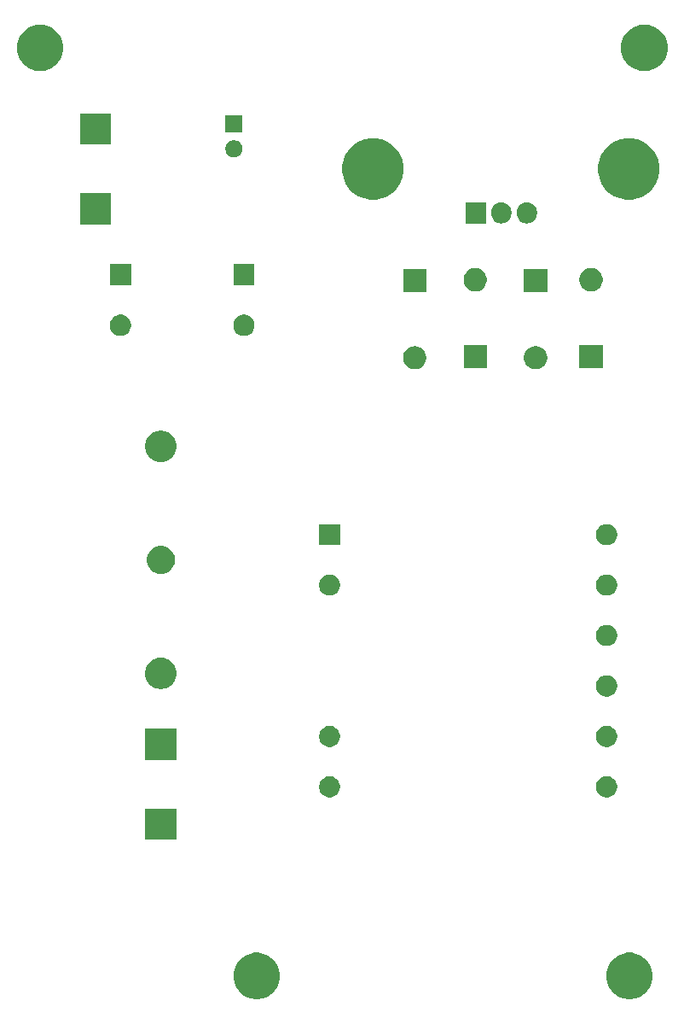
<source format=gbs>
G04 #@! TF.GenerationSoftware,KiCad,Pcbnew,(5.1.5)-3*
G04 #@! TF.CreationDate,2020-04-14T19:53:29+02:00*
G04 #@! TF.ProjectId,5vfrommains,35766672-6f6d-46d6-9169-6e732e6b6963,rev?*
G04 #@! TF.SameCoordinates,Original*
G04 #@! TF.FileFunction,Soldermask,Bot*
G04 #@! TF.FilePolarity,Negative*
%FSLAX46Y46*%
G04 Gerber Fmt 4.6, Leading zero omitted, Abs format (unit mm)*
G04 Created by KiCad (PCBNEW (5.1.5)-3) date 2020-04-14 19:53:29*
%MOMM*%
%LPD*%
G04 APERTURE LIST*
%ADD10C,0.100000*%
G04 APERTURE END LIST*
D10*
G36*
X237948903Y-137743213D02*
G01*
X238171177Y-137787426D01*
X238589932Y-137960880D01*
X238966802Y-138212696D01*
X239287304Y-138533198D01*
X239539120Y-138910068D01*
X239712574Y-139328823D01*
X239801000Y-139773371D01*
X239801000Y-140226629D01*
X239712574Y-140671177D01*
X239539120Y-141089932D01*
X239287304Y-141466802D01*
X238966802Y-141787304D01*
X238589932Y-142039120D01*
X238171177Y-142212574D01*
X237948903Y-142256787D01*
X237726630Y-142301000D01*
X237273370Y-142301000D01*
X237051097Y-142256787D01*
X236828823Y-142212574D01*
X236410068Y-142039120D01*
X236033198Y-141787304D01*
X235712696Y-141466802D01*
X235460880Y-141089932D01*
X235287426Y-140671177D01*
X235199000Y-140226629D01*
X235199000Y-139773371D01*
X235287426Y-139328823D01*
X235460880Y-138910068D01*
X235712696Y-138533198D01*
X236033198Y-138212696D01*
X236410068Y-137960880D01*
X236828823Y-137787426D01*
X237051097Y-137743213D01*
X237273370Y-137699000D01*
X237726630Y-137699000D01*
X237948903Y-137743213D01*
G37*
G36*
X200948903Y-137743213D02*
G01*
X201171177Y-137787426D01*
X201589932Y-137960880D01*
X201966802Y-138212696D01*
X202287304Y-138533198D01*
X202539120Y-138910068D01*
X202712574Y-139328823D01*
X202801000Y-139773371D01*
X202801000Y-140226629D01*
X202712574Y-140671177D01*
X202539120Y-141089932D01*
X202287304Y-141466802D01*
X201966802Y-141787304D01*
X201589932Y-142039120D01*
X201171177Y-142212574D01*
X200948903Y-142256787D01*
X200726630Y-142301000D01*
X200273370Y-142301000D01*
X200051097Y-142256787D01*
X199828823Y-142212574D01*
X199410068Y-142039120D01*
X199033198Y-141787304D01*
X198712696Y-141466802D01*
X198460880Y-141089932D01*
X198287426Y-140671177D01*
X198199000Y-140226629D01*
X198199000Y-139773371D01*
X198287426Y-139328823D01*
X198460880Y-138910068D01*
X198712696Y-138533198D01*
X199033198Y-138212696D01*
X199410068Y-137960880D01*
X199828823Y-137787426D01*
X200051097Y-137743213D01*
X200273370Y-137699000D01*
X200726630Y-137699000D01*
X200948903Y-137743213D01*
G37*
G36*
X192551000Y-126511000D02*
G01*
X189449000Y-126511000D01*
X189449000Y-123409000D01*
X192551000Y-123409000D01*
X192551000Y-126511000D01*
G37*
G36*
X235556564Y-120239389D02*
G01*
X235747833Y-120318615D01*
X235747835Y-120318616D01*
X235919973Y-120433635D01*
X236066365Y-120580027D01*
X236181385Y-120752167D01*
X236260611Y-120943436D01*
X236301000Y-121146484D01*
X236301000Y-121353516D01*
X236260611Y-121556564D01*
X236181385Y-121747833D01*
X236181384Y-121747835D01*
X236066365Y-121919973D01*
X235919973Y-122066365D01*
X235747835Y-122181384D01*
X235747834Y-122181385D01*
X235747833Y-122181385D01*
X235556564Y-122260611D01*
X235353516Y-122301000D01*
X235146484Y-122301000D01*
X234943436Y-122260611D01*
X234752167Y-122181385D01*
X234752166Y-122181385D01*
X234752165Y-122181384D01*
X234580027Y-122066365D01*
X234433635Y-121919973D01*
X234318616Y-121747835D01*
X234318615Y-121747833D01*
X234239389Y-121556564D01*
X234199000Y-121353516D01*
X234199000Y-121146484D01*
X234239389Y-120943436D01*
X234318615Y-120752167D01*
X234433635Y-120580027D01*
X234580027Y-120433635D01*
X234752165Y-120318616D01*
X234752167Y-120318615D01*
X234943436Y-120239389D01*
X235146484Y-120199000D01*
X235353516Y-120199000D01*
X235556564Y-120239389D01*
G37*
G36*
X208056564Y-120239389D02*
G01*
X208247833Y-120318615D01*
X208247835Y-120318616D01*
X208419973Y-120433635D01*
X208566365Y-120580027D01*
X208681385Y-120752167D01*
X208760611Y-120943436D01*
X208801000Y-121146484D01*
X208801000Y-121353516D01*
X208760611Y-121556564D01*
X208681385Y-121747833D01*
X208681384Y-121747835D01*
X208566365Y-121919973D01*
X208419973Y-122066365D01*
X208247835Y-122181384D01*
X208247834Y-122181385D01*
X208247833Y-122181385D01*
X208056564Y-122260611D01*
X207853516Y-122301000D01*
X207646484Y-122301000D01*
X207443436Y-122260611D01*
X207252167Y-122181385D01*
X207252166Y-122181385D01*
X207252165Y-122181384D01*
X207080027Y-122066365D01*
X206933635Y-121919973D01*
X206818616Y-121747835D01*
X206818615Y-121747833D01*
X206739389Y-121556564D01*
X206699000Y-121353516D01*
X206699000Y-121146484D01*
X206739389Y-120943436D01*
X206818615Y-120752167D01*
X206933635Y-120580027D01*
X207080027Y-120433635D01*
X207252165Y-120318616D01*
X207252167Y-120318615D01*
X207443436Y-120239389D01*
X207646484Y-120199000D01*
X207853516Y-120199000D01*
X208056564Y-120239389D01*
G37*
G36*
X192551000Y-118591000D02*
G01*
X189449000Y-118591000D01*
X189449000Y-115489000D01*
X192551000Y-115489000D01*
X192551000Y-118591000D01*
G37*
G36*
X208056564Y-115239389D02*
G01*
X208247833Y-115318615D01*
X208247835Y-115318616D01*
X208419973Y-115433635D01*
X208566365Y-115580027D01*
X208681385Y-115752167D01*
X208760611Y-115943436D01*
X208801000Y-116146484D01*
X208801000Y-116353516D01*
X208760611Y-116556564D01*
X208681385Y-116747833D01*
X208681384Y-116747835D01*
X208566365Y-116919973D01*
X208419973Y-117066365D01*
X208247835Y-117181384D01*
X208247834Y-117181385D01*
X208247833Y-117181385D01*
X208056564Y-117260611D01*
X207853516Y-117301000D01*
X207646484Y-117301000D01*
X207443436Y-117260611D01*
X207252167Y-117181385D01*
X207252166Y-117181385D01*
X207252165Y-117181384D01*
X207080027Y-117066365D01*
X206933635Y-116919973D01*
X206818616Y-116747835D01*
X206818615Y-116747833D01*
X206739389Y-116556564D01*
X206699000Y-116353516D01*
X206699000Y-116146484D01*
X206739389Y-115943436D01*
X206818615Y-115752167D01*
X206933635Y-115580027D01*
X207080027Y-115433635D01*
X207252165Y-115318616D01*
X207252167Y-115318615D01*
X207443436Y-115239389D01*
X207646484Y-115199000D01*
X207853516Y-115199000D01*
X208056564Y-115239389D01*
G37*
G36*
X235556564Y-115239389D02*
G01*
X235747833Y-115318615D01*
X235747835Y-115318616D01*
X235919973Y-115433635D01*
X236066365Y-115580027D01*
X236181385Y-115752167D01*
X236260611Y-115943436D01*
X236301000Y-116146484D01*
X236301000Y-116353516D01*
X236260611Y-116556564D01*
X236181385Y-116747833D01*
X236181384Y-116747835D01*
X236066365Y-116919973D01*
X235919973Y-117066365D01*
X235747835Y-117181384D01*
X235747834Y-117181385D01*
X235747833Y-117181385D01*
X235556564Y-117260611D01*
X235353516Y-117301000D01*
X235146484Y-117301000D01*
X234943436Y-117260611D01*
X234752167Y-117181385D01*
X234752166Y-117181385D01*
X234752165Y-117181384D01*
X234580027Y-117066365D01*
X234433635Y-116919973D01*
X234318616Y-116747835D01*
X234318615Y-116747833D01*
X234239389Y-116556564D01*
X234199000Y-116353516D01*
X234199000Y-116146484D01*
X234239389Y-115943436D01*
X234318615Y-115752167D01*
X234433635Y-115580027D01*
X234580027Y-115433635D01*
X234752165Y-115318616D01*
X234752167Y-115318615D01*
X234943436Y-115239389D01*
X235146484Y-115199000D01*
X235353516Y-115199000D01*
X235556564Y-115239389D01*
G37*
G36*
X235556564Y-110239389D02*
G01*
X235747833Y-110318615D01*
X235747835Y-110318616D01*
X235919973Y-110433635D01*
X236066365Y-110580027D01*
X236169696Y-110734672D01*
X236181385Y-110752167D01*
X236260611Y-110943436D01*
X236301000Y-111146484D01*
X236301000Y-111353516D01*
X236260611Y-111556564D01*
X236181385Y-111747833D01*
X236181384Y-111747835D01*
X236066365Y-111919973D01*
X235919973Y-112066365D01*
X235747835Y-112181384D01*
X235747834Y-112181385D01*
X235747833Y-112181385D01*
X235556564Y-112260611D01*
X235353516Y-112301000D01*
X235146484Y-112301000D01*
X234943436Y-112260611D01*
X234752167Y-112181385D01*
X234752166Y-112181385D01*
X234752165Y-112181384D01*
X234580027Y-112066365D01*
X234433635Y-111919973D01*
X234318616Y-111747835D01*
X234318615Y-111747833D01*
X234239389Y-111556564D01*
X234199000Y-111353516D01*
X234199000Y-111146484D01*
X234239389Y-110943436D01*
X234318615Y-110752167D01*
X234330305Y-110734672D01*
X234433635Y-110580027D01*
X234580027Y-110433635D01*
X234752165Y-110318616D01*
X234752167Y-110318615D01*
X234943436Y-110239389D01*
X235146484Y-110199000D01*
X235353516Y-110199000D01*
X235556564Y-110239389D01*
G37*
G36*
X191302585Y-108478802D02*
G01*
X191452410Y-108508604D01*
X191734674Y-108625521D01*
X191988705Y-108795259D01*
X192204741Y-109011295D01*
X192374479Y-109265326D01*
X192491396Y-109547590D01*
X192491396Y-109547591D01*
X192551000Y-109847239D01*
X192551000Y-110152761D01*
X192533768Y-110239390D01*
X192491396Y-110452410D01*
X192374479Y-110734674D01*
X192204741Y-110988705D01*
X191988705Y-111204741D01*
X191734674Y-111374479D01*
X191452410Y-111491396D01*
X191302585Y-111521198D01*
X191152761Y-111551000D01*
X190847239Y-111551000D01*
X190697415Y-111521198D01*
X190547590Y-111491396D01*
X190265326Y-111374479D01*
X190011295Y-111204741D01*
X189795259Y-110988705D01*
X189625521Y-110734674D01*
X189508604Y-110452410D01*
X189466232Y-110239390D01*
X189449000Y-110152761D01*
X189449000Y-109847239D01*
X189508604Y-109547591D01*
X189508604Y-109547590D01*
X189625521Y-109265326D01*
X189795259Y-109011295D01*
X190011295Y-108795259D01*
X190265326Y-108625521D01*
X190547590Y-108508604D01*
X190697415Y-108478802D01*
X190847239Y-108449000D01*
X191152761Y-108449000D01*
X191302585Y-108478802D01*
G37*
G36*
X235556564Y-105239389D02*
G01*
X235747833Y-105318615D01*
X235747835Y-105318616D01*
X235919973Y-105433635D01*
X236066365Y-105580027D01*
X236181385Y-105752167D01*
X236260611Y-105943436D01*
X236301000Y-106146484D01*
X236301000Y-106353516D01*
X236260611Y-106556564D01*
X236181385Y-106747833D01*
X236181384Y-106747835D01*
X236066365Y-106919973D01*
X235919973Y-107066365D01*
X235747835Y-107181384D01*
X235747834Y-107181385D01*
X235747833Y-107181385D01*
X235556564Y-107260611D01*
X235353516Y-107301000D01*
X235146484Y-107301000D01*
X234943436Y-107260611D01*
X234752167Y-107181385D01*
X234752166Y-107181385D01*
X234752165Y-107181384D01*
X234580027Y-107066365D01*
X234433635Y-106919973D01*
X234318616Y-106747835D01*
X234318615Y-106747833D01*
X234239389Y-106556564D01*
X234199000Y-106353516D01*
X234199000Y-106146484D01*
X234239389Y-105943436D01*
X234318615Y-105752167D01*
X234433635Y-105580027D01*
X234580027Y-105433635D01*
X234752165Y-105318616D01*
X234752167Y-105318615D01*
X234943436Y-105239389D01*
X235146484Y-105199000D01*
X235353516Y-105199000D01*
X235556564Y-105239389D01*
G37*
G36*
X235556564Y-100239389D02*
G01*
X235747833Y-100318615D01*
X235747835Y-100318616D01*
X235919973Y-100433635D01*
X236066365Y-100580027D01*
X236181385Y-100752167D01*
X236260611Y-100943436D01*
X236301000Y-101146484D01*
X236301000Y-101353516D01*
X236260611Y-101556564D01*
X236181385Y-101747833D01*
X236181384Y-101747835D01*
X236066365Y-101919973D01*
X235919973Y-102066365D01*
X235747835Y-102181384D01*
X235747834Y-102181385D01*
X235747833Y-102181385D01*
X235556564Y-102260611D01*
X235353516Y-102301000D01*
X235146484Y-102301000D01*
X234943436Y-102260611D01*
X234752167Y-102181385D01*
X234752166Y-102181385D01*
X234752165Y-102181384D01*
X234580027Y-102066365D01*
X234433635Y-101919973D01*
X234318616Y-101747835D01*
X234318615Y-101747833D01*
X234239389Y-101556564D01*
X234199000Y-101353516D01*
X234199000Y-101146484D01*
X234239389Y-100943436D01*
X234318615Y-100752167D01*
X234433635Y-100580027D01*
X234580027Y-100433635D01*
X234752165Y-100318616D01*
X234752167Y-100318615D01*
X234943436Y-100239389D01*
X235146484Y-100199000D01*
X235353516Y-100199000D01*
X235556564Y-100239389D01*
G37*
G36*
X208056564Y-100239389D02*
G01*
X208247833Y-100318615D01*
X208247835Y-100318616D01*
X208419973Y-100433635D01*
X208566365Y-100580027D01*
X208681385Y-100752167D01*
X208760611Y-100943436D01*
X208801000Y-101146484D01*
X208801000Y-101353516D01*
X208760611Y-101556564D01*
X208681385Y-101747833D01*
X208681384Y-101747835D01*
X208566365Y-101919973D01*
X208419973Y-102066365D01*
X208247835Y-102181384D01*
X208247834Y-102181385D01*
X208247833Y-102181385D01*
X208056564Y-102260611D01*
X207853516Y-102301000D01*
X207646484Y-102301000D01*
X207443436Y-102260611D01*
X207252167Y-102181385D01*
X207252166Y-102181385D01*
X207252165Y-102181384D01*
X207080027Y-102066365D01*
X206933635Y-101919973D01*
X206818616Y-101747835D01*
X206818615Y-101747833D01*
X206739389Y-101556564D01*
X206699000Y-101353516D01*
X206699000Y-101146484D01*
X206739389Y-100943436D01*
X206818615Y-100752167D01*
X206933635Y-100580027D01*
X207080027Y-100433635D01*
X207252165Y-100318616D01*
X207252167Y-100318615D01*
X207443436Y-100239389D01*
X207646484Y-100199000D01*
X207853516Y-100199000D01*
X208056564Y-100239389D01*
G37*
G36*
X191318433Y-97384893D02*
G01*
X191408657Y-97402839D01*
X191514267Y-97446585D01*
X191663621Y-97508449D01*
X191663622Y-97508450D01*
X191893086Y-97661772D01*
X192088228Y-97856914D01*
X192190675Y-98010237D01*
X192241551Y-98086379D01*
X192347161Y-98341344D01*
X192401000Y-98612012D01*
X192401000Y-98887988D01*
X192347161Y-99158656D01*
X192241551Y-99413621D01*
X192241550Y-99413622D01*
X192088228Y-99643086D01*
X191893086Y-99838228D01*
X191739763Y-99940675D01*
X191663621Y-99991551D01*
X191514267Y-100053415D01*
X191408657Y-100097161D01*
X191318433Y-100115107D01*
X191137988Y-100151000D01*
X190862012Y-100151000D01*
X190681567Y-100115107D01*
X190591343Y-100097161D01*
X190485733Y-100053415D01*
X190336379Y-99991551D01*
X190260237Y-99940675D01*
X190106914Y-99838228D01*
X189911772Y-99643086D01*
X189758450Y-99413622D01*
X189758449Y-99413621D01*
X189652839Y-99158656D01*
X189599000Y-98887988D01*
X189599000Y-98612012D01*
X189652839Y-98341344D01*
X189758449Y-98086379D01*
X189809325Y-98010237D01*
X189911772Y-97856914D01*
X190106914Y-97661772D01*
X190336378Y-97508450D01*
X190336379Y-97508449D01*
X190485733Y-97446585D01*
X190591343Y-97402839D01*
X190681567Y-97384893D01*
X190862012Y-97349000D01*
X191137988Y-97349000D01*
X191318433Y-97384893D01*
G37*
G36*
X235556564Y-95239389D02*
G01*
X235747833Y-95318615D01*
X235747835Y-95318616D01*
X235919973Y-95433635D01*
X236066365Y-95580027D01*
X236181385Y-95752167D01*
X236260611Y-95943436D01*
X236301000Y-96146484D01*
X236301000Y-96353516D01*
X236260611Y-96556564D01*
X236181385Y-96747833D01*
X236181384Y-96747835D01*
X236066365Y-96919973D01*
X235919973Y-97066365D01*
X235747835Y-97181384D01*
X235747834Y-97181385D01*
X235747833Y-97181385D01*
X235556564Y-97260611D01*
X235353516Y-97301000D01*
X235146484Y-97301000D01*
X234943436Y-97260611D01*
X234752167Y-97181385D01*
X234752166Y-97181385D01*
X234752165Y-97181384D01*
X234580027Y-97066365D01*
X234433635Y-96919973D01*
X234318616Y-96747835D01*
X234318615Y-96747833D01*
X234239389Y-96556564D01*
X234199000Y-96353516D01*
X234199000Y-96146484D01*
X234239389Y-95943436D01*
X234318615Y-95752167D01*
X234433635Y-95580027D01*
X234580027Y-95433635D01*
X234752165Y-95318616D01*
X234752167Y-95318615D01*
X234943436Y-95239389D01*
X235146484Y-95199000D01*
X235353516Y-95199000D01*
X235556564Y-95239389D01*
G37*
G36*
X208801000Y-97301000D02*
G01*
X206699000Y-97301000D01*
X206699000Y-95199000D01*
X208801000Y-95199000D01*
X208801000Y-97301000D01*
G37*
G36*
X191302585Y-85978802D02*
G01*
X191452410Y-86008604D01*
X191734674Y-86125521D01*
X191988705Y-86295259D01*
X192204741Y-86511295D01*
X192374479Y-86765326D01*
X192491396Y-87047590D01*
X192551000Y-87347240D01*
X192551000Y-87652760D01*
X192491396Y-87952410D01*
X192374479Y-88234674D01*
X192204741Y-88488705D01*
X191988705Y-88704741D01*
X191734674Y-88874479D01*
X191452410Y-88991396D01*
X191302585Y-89021198D01*
X191152761Y-89051000D01*
X190847239Y-89051000D01*
X190697415Y-89021198D01*
X190547590Y-88991396D01*
X190265326Y-88874479D01*
X190011295Y-88704741D01*
X189795259Y-88488705D01*
X189625521Y-88234674D01*
X189508604Y-87952410D01*
X189449000Y-87652760D01*
X189449000Y-87347240D01*
X189508604Y-87047590D01*
X189625521Y-86765326D01*
X189795259Y-86511295D01*
X190011295Y-86295259D01*
X190265326Y-86125521D01*
X190547590Y-86008604D01*
X190697415Y-85978802D01*
X190847239Y-85949000D01*
X191152761Y-85949000D01*
X191302585Y-85978802D01*
G37*
G36*
X216424549Y-77591116D02*
G01*
X216535734Y-77613232D01*
X216745203Y-77699997D01*
X216933720Y-77825960D01*
X217094040Y-77986280D01*
X217220003Y-78174797D01*
X217306768Y-78384266D01*
X217351000Y-78606636D01*
X217351000Y-78833364D01*
X217306768Y-79055734D01*
X217220003Y-79265203D01*
X217094040Y-79453720D01*
X216933720Y-79614040D01*
X216745203Y-79740003D01*
X216535734Y-79826768D01*
X216424549Y-79848884D01*
X216313365Y-79871000D01*
X216086635Y-79871000D01*
X215975451Y-79848884D01*
X215864266Y-79826768D01*
X215654797Y-79740003D01*
X215466280Y-79614040D01*
X215305960Y-79453720D01*
X215179997Y-79265203D01*
X215093232Y-79055734D01*
X215049000Y-78833364D01*
X215049000Y-78606636D01*
X215093232Y-78384266D01*
X215179997Y-78174797D01*
X215305960Y-77986280D01*
X215466280Y-77825960D01*
X215654797Y-77699997D01*
X215864266Y-77613232D01*
X215975451Y-77591116D01*
X216086635Y-77569000D01*
X216313365Y-77569000D01*
X216424549Y-77591116D01*
G37*
G36*
X228424549Y-77591116D02*
G01*
X228535734Y-77613232D01*
X228745203Y-77699997D01*
X228933720Y-77825960D01*
X229094040Y-77986280D01*
X229220003Y-78174797D01*
X229306768Y-78384266D01*
X229351000Y-78606636D01*
X229351000Y-78833364D01*
X229306768Y-79055734D01*
X229220003Y-79265203D01*
X229094040Y-79453720D01*
X228933720Y-79614040D01*
X228745203Y-79740003D01*
X228535734Y-79826768D01*
X228424549Y-79848884D01*
X228313365Y-79871000D01*
X228086635Y-79871000D01*
X227975451Y-79848884D01*
X227864266Y-79826768D01*
X227654797Y-79740003D01*
X227466280Y-79614040D01*
X227305960Y-79453720D01*
X227179997Y-79265203D01*
X227093232Y-79055734D01*
X227049000Y-78833364D01*
X227049000Y-78606636D01*
X227093232Y-78384266D01*
X227179997Y-78174797D01*
X227305960Y-77986280D01*
X227466280Y-77825960D01*
X227654797Y-77699997D01*
X227864266Y-77613232D01*
X227975451Y-77591116D01*
X228086635Y-77569000D01*
X228313365Y-77569000D01*
X228424549Y-77591116D01*
G37*
G36*
X223351000Y-79751000D02*
G01*
X221049000Y-79751000D01*
X221049000Y-77449000D01*
X223351000Y-77449000D01*
X223351000Y-79751000D01*
G37*
G36*
X234851000Y-79751000D02*
G01*
X232549000Y-79751000D01*
X232549000Y-77449000D01*
X234851000Y-77449000D01*
X234851000Y-79751000D01*
G37*
G36*
X199556564Y-74489389D02*
G01*
X199747833Y-74568615D01*
X199747835Y-74568616D01*
X199919973Y-74683635D01*
X200066365Y-74830027D01*
X200181385Y-75002167D01*
X200260611Y-75193436D01*
X200301000Y-75396484D01*
X200301000Y-75603516D01*
X200260611Y-75806564D01*
X200181385Y-75997833D01*
X200181384Y-75997835D01*
X200066365Y-76169973D01*
X199919973Y-76316365D01*
X199747835Y-76431384D01*
X199747834Y-76431385D01*
X199747833Y-76431385D01*
X199556564Y-76510611D01*
X199353516Y-76551000D01*
X199146484Y-76551000D01*
X198943436Y-76510611D01*
X198752167Y-76431385D01*
X198752166Y-76431385D01*
X198752165Y-76431384D01*
X198580027Y-76316365D01*
X198433635Y-76169973D01*
X198318616Y-75997835D01*
X198318615Y-75997833D01*
X198239389Y-75806564D01*
X198199000Y-75603516D01*
X198199000Y-75396484D01*
X198239389Y-75193436D01*
X198318615Y-75002167D01*
X198433635Y-74830027D01*
X198580027Y-74683635D01*
X198752165Y-74568616D01*
X198752167Y-74568615D01*
X198943436Y-74489389D01*
X199146484Y-74449000D01*
X199353516Y-74449000D01*
X199556564Y-74489389D01*
G37*
G36*
X187306564Y-74489389D02*
G01*
X187497833Y-74568615D01*
X187497835Y-74568616D01*
X187669973Y-74683635D01*
X187816365Y-74830027D01*
X187931385Y-75002167D01*
X188010611Y-75193436D01*
X188051000Y-75396484D01*
X188051000Y-75603516D01*
X188010611Y-75806564D01*
X187931385Y-75997833D01*
X187931384Y-75997835D01*
X187816365Y-76169973D01*
X187669973Y-76316365D01*
X187497835Y-76431384D01*
X187497834Y-76431385D01*
X187497833Y-76431385D01*
X187306564Y-76510611D01*
X187103516Y-76551000D01*
X186896484Y-76551000D01*
X186693436Y-76510611D01*
X186502167Y-76431385D01*
X186502166Y-76431385D01*
X186502165Y-76431384D01*
X186330027Y-76316365D01*
X186183635Y-76169973D01*
X186068616Y-75997835D01*
X186068615Y-75997833D01*
X185989389Y-75806564D01*
X185949000Y-75603516D01*
X185949000Y-75396484D01*
X185989389Y-75193436D01*
X186068615Y-75002167D01*
X186183635Y-74830027D01*
X186330027Y-74683635D01*
X186502165Y-74568616D01*
X186502167Y-74568615D01*
X186693436Y-74489389D01*
X186896484Y-74449000D01*
X187103516Y-74449000D01*
X187306564Y-74489389D01*
G37*
G36*
X229351000Y-72251000D02*
G01*
X227049000Y-72251000D01*
X227049000Y-69949000D01*
X229351000Y-69949000D01*
X229351000Y-72251000D01*
G37*
G36*
X217351000Y-72251000D02*
G01*
X215049000Y-72251000D01*
X215049000Y-69949000D01*
X217351000Y-69949000D01*
X217351000Y-72251000D01*
G37*
G36*
X222424549Y-69851116D02*
G01*
X222535734Y-69873232D01*
X222745203Y-69959997D01*
X222933720Y-70085960D01*
X223094040Y-70246280D01*
X223220003Y-70434797D01*
X223306768Y-70644266D01*
X223351000Y-70866636D01*
X223351000Y-71093364D01*
X223306768Y-71315734D01*
X223220003Y-71525203D01*
X223094040Y-71713720D01*
X222933720Y-71874040D01*
X222745203Y-72000003D01*
X222535734Y-72086768D01*
X222424549Y-72108884D01*
X222313365Y-72131000D01*
X222086635Y-72131000D01*
X221975451Y-72108884D01*
X221864266Y-72086768D01*
X221654797Y-72000003D01*
X221466280Y-71874040D01*
X221305960Y-71713720D01*
X221179997Y-71525203D01*
X221093232Y-71315734D01*
X221049000Y-71093364D01*
X221049000Y-70866636D01*
X221093232Y-70644266D01*
X221179997Y-70434797D01*
X221305960Y-70246280D01*
X221466280Y-70085960D01*
X221654797Y-69959997D01*
X221864266Y-69873232D01*
X221975451Y-69851116D01*
X222086635Y-69829000D01*
X222313365Y-69829000D01*
X222424549Y-69851116D01*
G37*
G36*
X233924549Y-69851116D02*
G01*
X234035734Y-69873232D01*
X234245203Y-69959997D01*
X234433720Y-70085960D01*
X234594040Y-70246280D01*
X234720003Y-70434797D01*
X234806768Y-70644266D01*
X234851000Y-70866636D01*
X234851000Y-71093364D01*
X234806768Y-71315734D01*
X234720003Y-71525203D01*
X234594040Y-71713720D01*
X234433720Y-71874040D01*
X234245203Y-72000003D01*
X234035734Y-72086768D01*
X233924549Y-72108884D01*
X233813365Y-72131000D01*
X233586635Y-72131000D01*
X233475451Y-72108884D01*
X233364266Y-72086768D01*
X233154797Y-72000003D01*
X232966280Y-71874040D01*
X232805960Y-71713720D01*
X232679997Y-71525203D01*
X232593232Y-71315734D01*
X232549000Y-71093364D01*
X232549000Y-70866636D01*
X232593232Y-70644266D01*
X232679997Y-70434797D01*
X232805960Y-70246280D01*
X232966280Y-70085960D01*
X233154797Y-69959997D01*
X233364266Y-69873232D01*
X233475451Y-69851116D01*
X233586635Y-69829000D01*
X233813365Y-69829000D01*
X233924549Y-69851116D01*
G37*
G36*
X188051000Y-71551000D02*
G01*
X185949000Y-71551000D01*
X185949000Y-69449000D01*
X188051000Y-69449000D01*
X188051000Y-71551000D01*
G37*
G36*
X200301000Y-71551000D02*
G01*
X198199000Y-71551000D01*
X198199000Y-69449000D01*
X200301000Y-69449000D01*
X200301000Y-71551000D01*
G37*
G36*
X186051000Y-65511000D02*
G01*
X182949000Y-65511000D01*
X182949000Y-62409000D01*
X186051000Y-62409000D01*
X186051000Y-65511000D01*
G37*
G36*
X224986719Y-63313520D02*
G01*
X225175880Y-63370901D01*
X225175883Y-63370902D01*
X225268333Y-63420318D01*
X225350212Y-63464083D01*
X225503015Y-63589485D01*
X225628417Y-63742288D01*
X225721599Y-63916619D01*
X225778980Y-64105780D01*
X225793500Y-64253206D01*
X225793500Y-64446793D01*
X225778980Y-64594219D01*
X225721599Y-64783380D01*
X225721598Y-64783383D01*
X225672182Y-64875833D01*
X225628417Y-64957712D01*
X225503015Y-65110515D01*
X225350212Y-65235917D01*
X225175881Y-65329099D01*
X224986720Y-65386480D01*
X224790000Y-65405855D01*
X224593281Y-65386480D01*
X224404120Y-65329099D01*
X224229788Y-65235917D01*
X224076985Y-65110515D01*
X223951583Y-64957712D01*
X223858401Y-64783381D01*
X223801020Y-64594220D01*
X223786500Y-64446794D01*
X223786500Y-64253207D01*
X223801020Y-64105781D01*
X223858401Y-63916620D01*
X223858402Y-63916617D01*
X223907818Y-63824167D01*
X223951583Y-63742288D01*
X224076985Y-63589485D01*
X224229788Y-63464083D01*
X224404119Y-63370901D01*
X224593280Y-63313520D01*
X224790000Y-63294145D01*
X224986719Y-63313520D01*
G37*
G36*
X227526719Y-63313520D02*
G01*
X227715880Y-63370901D01*
X227715883Y-63370902D01*
X227808333Y-63420318D01*
X227890212Y-63464083D01*
X228043015Y-63589485D01*
X228168417Y-63742288D01*
X228261599Y-63916619D01*
X228318980Y-64105780D01*
X228333500Y-64253206D01*
X228333500Y-64446793D01*
X228318980Y-64594219D01*
X228261599Y-64783380D01*
X228261598Y-64783383D01*
X228212182Y-64875833D01*
X228168417Y-64957712D01*
X228043015Y-65110515D01*
X227890212Y-65235917D01*
X227715881Y-65329099D01*
X227526720Y-65386480D01*
X227330000Y-65405855D01*
X227133281Y-65386480D01*
X226944120Y-65329099D01*
X226769788Y-65235917D01*
X226616985Y-65110515D01*
X226491583Y-64957712D01*
X226398401Y-64783381D01*
X226341020Y-64594220D01*
X226326500Y-64446794D01*
X226326500Y-64253207D01*
X226341020Y-64105781D01*
X226398401Y-63916620D01*
X226398402Y-63916617D01*
X226447818Y-63824167D01*
X226491583Y-63742288D01*
X226616985Y-63589485D01*
X226769788Y-63464083D01*
X226944119Y-63370901D01*
X227133280Y-63313520D01*
X227330000Y-63294145D01*
X227526719Y-63313520D01*
G37*
G36*
X223253500Y-65401000D02*
G01*
X221246500Y-65401000D01*
X221246500Y-63299000D01*
X223253500Y-63299000D01*
X223253500Y-65401000D01*
G37*
G36*
X212939943Y-57066248D02*
G01*
X213495189Y-57296238D01*
X213736564Y-57457520D01*
X213994899Y-57630134D01*
X214419866Y-58055101D01*
X214548909Y-58248228D01*
X214753762Y-58554811D01*
X214983752Y-59110057D01*
X215101000Y-59699501D01*
X215101000Y-60300499D01*
X214983752Y-60889943D01*
X214753762Y-61445189D01*
X214753761Y-61445190D01*
X214419866Y-61944899D01*
X213994899Y-62369866D01*
X213743347Y-62537948D01*
X213495189Y-62703762D01*
X212939943Y-62933752D01*
X212350499Y-63051000D01*
X211749501Y-63051000D01*
X211160057Y-62933752D01*
X210604811Y-62703762D01*
X210356653Y-62537948D01*
X210105101Y-62369866D01*
X209680134Y-61944899D01*
X209346239Y-61445190D01*
X209346238Y-61445189D01*
X209116248Y-60889943D01*
X208999000Y-60300499D01*
X208999000Y-59699501D01*
X209116248Y-59110057D01*
X209346238Y-58554811D01*
X209551091Y-58248228D01*
X209680134Y-58055101D01*
X210105101Y-57630134D01*
X210363436Y-57457520D01*
X210604811Y-57296238D01*
X211160057Y-57066248D01*
X211749501Y-56949000D01*
X212350499Y-56949000D01*
X212939943Y-57066248D01*
G37*
G36*
X238339943Y-57066248D02*
G01*
X238895189Y-57296238D01*
X239136564Y-57457520D01*
X239394899Y-57630134D01*
X239819866Y-58055101D01*
X239948909Y-58248228D01*
X240153762Y-58554811D01*
X240383752Y-59110057D01*
X240501000Y-59699501D01*
X240501000Y-60300499D01*
X240383752Y-60889943D01*
X240153762Y-61445189D01*
X240153761Y-61445190D01*
X239819866Y-61944899D01*
X239394899Y-62369866D01*
X239143347Y-62537948D01*
X238895189Y-62703762D01*
X238339943Y-62933752D01*
X237750499Y-63051000D01*
X237149501Y-63051000D01*
X236560057Y-62933752D01*
X236004811Y-62703762D01*
X235756653Y-62537948D01*
X235505101Y-62369866D01*
X235080134Y-61944899D01*
X234746239Y-61445190D01*
X234746238Y-61445189D01*
X234516248Y-60889943D01*
X234399000Y-60300499D01*
X234399000Y-59699501D01*
X234516248Y-59110057D01*
X234746238Y-58554811D01*
X234951091Y-58248228D01*
X235080134Y-58055101D01*
X235505101Y-57630134D01*
X235763436Y-57457520D01*
X236004811Y-57296238D01*
X236560057Y-57066248D01*
X237149501Y-56949000D01*
X237750499Y-56949000D01*
X238339943Y-57066248D01*
G37*
G36*
X198498228Y-57181703D02*
G01*
X198653100Y-57245853D01*
X198792481Y-57338985D01*
X198911015Y-57457519D01*
X199004147Y-57596900D01*
X199068297Y-57751772D01*
X199101000Y-57916184D01*
X199101000Y-58083816D01*
X199068297Y-58248228D01*
X199004147Y-58403100D01*
X198911015Y-58542481D01*
X198792481Y-58661015D01*
X198653100Y-58754147D01*
X198498228Y-58818297D01*
X198333816Y-58851000D01*
X198166184Y-58851000D01*
X198001772Y-58818297D01*
X197846900Y-58754147D01*
X197707519Y-58661015D01*
X197588985Y-58542481D01*
X197495853Y-58403100D01*
X197431703Y-58248228D01*
X197399000Y-58083816D01*
X197399000Y-57916184D01*
X197431703Y-57751772D01*
X197495853Y-57596900D01*
X197588985Y-57457519D01*
X197707519Y-57338985D01*
X197846900Y-57245853D01*
X198001772Y-57181703D01*
X198166184Y-57149000D01*
X198333816Y-57149000D01*
X198498228Y-57181703D01*
G37*
G36*
X186051000Y-57591000D02*
G01*
X182949000Y-57591000D01*
X182949000Y-54489000D01*
X186051000Y-54489000D01*
X186051000Y-57591000D01*
G37*
G36*
X199101000Y-56351000D02*
G01*
X197399000Y-56351000D01*
X197399000Y-54649000D01*
X199101000Y-54649000D01*
X199101000Y-56351000D01*
G37*
G36*
X239448903Y-45743213D02*
G01*
X239671177Y-45787426D01*
X240089932Y-45960880D01*
X240466802Y-46212696D01*
X240787304Y-46533198D01*
X241039120Y-46910068D01*
X241212574Y-47328823D01*
X241301000Y-47773371D01*
X241301000Y-48226629D01*
X241212574Y-48671177D01*
X241039120Y-49089932D01*
X240787304Y-49466802D01*
X240466802Y-49787304D01*
X240089932Y-50039120D01*
X239671177Y-50212574D01*
X239448903Y-50256787D01*
X239226630Y-50301000D01*
X238773370Y-50301000D01*
X238551097Y-50256787D01*
X238328823Y-50212574D01*
X237910068Y-50039120D01*
X237533198Y-49787304D01*
X237212696Y-49466802D01*
X236960880Y-49089932D01*
X236787426Y-48671177D01*
X236699000Y-48226629D01*
X236699000Y-47773371D01*
X236787426Y-47328823D01*
X236960880Y-46910068D01*
X237212696Y-46533198D01*
X237533198Y-46212696D01*
X237910068Y-45960880D01*
X238328823Y-45787426D01*
X238551097Y-45743213D01*
X238773370Y-45699000D01*
X239226630Y-45699000D01*
X239448903Y-45743213D01*
G37*
G36*
X179448903Y-45743213D02*
G01*
X179671177Y-45787426D01*
X180089932Y-45960880D01*
X180466802Y-46212696D01*
X180787304Y-46533198D01*
X181039120Y-46910068D01*
X181212574Y-47328823D01*
X181301000Y-47773371D01*
X181301000Y-48226629D01*
X181212574Y-48671177D01*
X181039120Y-49089932D01*
X180787304Y-49466802D01*
X180466802Y-49787304D01*
X180089932Y-50039120D01*
X179671177Y-50212574D01*
X179448903Y-50256787D01*
X179226630Y-50301000D01*
X178773370Y-50301000D01*
X178551097Y-50256787D01*
X178328823Y-50212574D01*
X177910068Y-50039120D01*
X177533198Y-49787304D01*
X177212696Y-49466802D01*
X176960880Y-49089932D01*
X176787426Y-48671177D01*
X176699000Y-48226629D01*
X176699000Y-47773371D01*
X176787426Y-47328823D01*
X176960880Y-46910068D01*
X177212696Y-46533198D01*
X177533198Y-46212696D01*
X177910068Y-45960880D01*
X178328823Y-45787426D01*
X178551097Y-45743213D01*
X178773370Y-45699000D01*
X179226630Y-45699000D01*
X179448903Y-45743213D01*
G37*
M02*

</source>
